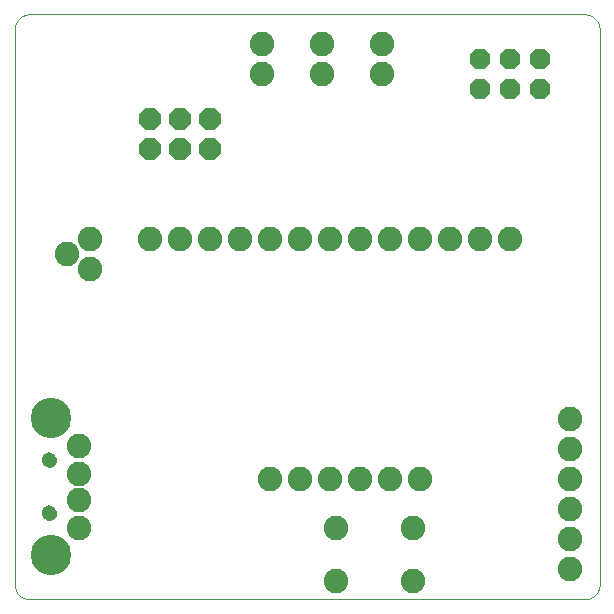
<source format=gbs>
G75*
G70*
%OFA0B0*%
%FSLAX24Y24*%
%IPPOS*%
%LPD*%
%AMOC8*
5,1,8,0,0,1.08239X$1,22.5*
%
%ADD10C,0.0000*%
%ADD11C,0.0820*%
%ADD12OC8,0.0720*%
%ADD13OC8,0.0680*%
%ADD14C,0.1346*%
%ADD15C,0.0513*%
D10*
X005948Y001650D02*
X005948Y020150D01*
X005950Y020194D01*
X005956Y020237D01*
X005965Y020279D01*
X005978Y020321D01*
X005995Y020361D01*
X006015Y020400D01*
X006038Y020437D01*
X006065Y020471D01*
X006094Y020504D01*
X006127Y020533D01*
X006161Y020560D01*
X006198Y020583D01*
X006237Y020603D01*
X006277Y020620D01*
X006319Y020633D01*
X006361Y020642D01*
X006404Y020648D01*
X006448Y020650D01*
X024948Y020650D01*
X024992Y020648D01*
X025035Y020642D01*
X025077Y020633D01*
X025119Y020620D01*
X025159Y020603D01*
X025198Y020583D01*
X025235Y020560D01*
X025269Y020533D01*
X025302Y020504D01*
X025331Y020471D01*
X025358Y020437D01*
X025381Y020400D01*
X025401Y020361D01*
X025418Y020321D01*
X025431Y020279D01*
X025440Y020237D01*
X025446Y020194D01*
X025448Y020150D01*
X025448Y001650D01*
X025446Y001606D01*
X025440Y001563D01*
X025431Y001521D01*
X025418Y001479D01*
X025401Y001439D01*
X025381Y001400D01*
X025358Y001363D01*
X025331Y001329D01*
X025302Y001296D01*
X025269Y001267D01*
X025235Y001240D01*
X025198Y001217D01*
X025159Y001197D01*
X025119Y001180D01*
X025077Y001167D01*
X025035Y001158D01*
X024992Y001152D01*
X024948Y001150D01*
X006448Y001150D01*
X006404Y001152D01*
X006361Y001158D01*
X006319Y001167D01*
X006277Y001180D01*
X006237Y001197D01*
X006198Y001217D01*
X006161Y001240D01*
X006127Y001267D01*
X006094Y001296D01*
X006065Y001329D01*
X006038Y001363D01*
X006015Y001400D01*
X005995Y001439D01*
X005978Y001479D01*
X005965Y001521D01*
X005956Y001563D01*
X005950Y001606D01*
X005948Y001650D01*
X006892Y004014D02*
X006894Y004043D01*
X006900Y004071D01*
X006909Y004099D01*
X006922Y004125D01*
X006939Y004148D01*
X006958Y004170D01*
X006980Y004189D01*
X007005Y004204D01*
X007031Y004217D01*
X007059Y004225D01*
X007087Y004230D01*
X007116Y004231D01*
X007145Y004228D01*
X007173Y004221D01*
X007200Y004211D01*
X007226Y004197D01*
X007249Y004180D01*
X007270Y004160D01*
X007288Y004137D01*
X007303Y004112D01*
X007314Y004085D01*
X007322Y004057D01*
X007326Y004028D01*
X007326Y004000D01*
X007322Y003971D01*
X007314Y003943D01*
X007303Y003916D01*
X007288Y003891D01*
X007270Y003868D01*
X007249Y003848D01*
X007226Y003831D01*
X007200Y003817D01*
X007173Y003807D01*
X007145Y003800D01*
X007116Y003797D01*
X007087Y003798D01*
X007059Y003803D01*
X007031Y003811D01*
X007005Y003824D01*
X006980Y003839D01*
X006958Y003858D01*
X006939Y003880D01*
X006922Y003903D01*
X006909Y003929D01*
X006900Y003957D01*
X006894Y003985D01*
X006892Y004014D01*
X006892Y005786D02*
X006894Y005815D01*
X006900Y005843D01*
X006909Y005871D01*
X006922Y005897D01*
X006939Y005920D01*
X006958Y005942D01*
X006980Y005961D01*
X007005Y005976D01*
X007031Y005989D01*
X007059Y005997D01*
X007087Y006002D01*
X007116Y006003D01*
X007145Y006000D01*
X007173Y005993D01*
X007200Y005983D01*
X007226Y005969D01*
X007249Y005952D01*
X007270Y005932D01*
X007288Y005909D01*
X007303Y005884D01*
X007314Y005857D01*
X007322Y005829D01*
X007326Y005800D01*
X007326Y005772D01*
X007322Y005743D01*
X007314Y005715D01*
X007303Y005688D01*
X007288Y005663D01*
X007270Y005640D01*
X007249Y005620D01*
X007226Y005603D01*
X007200Y005589D01*
X007173Y005579D01*
X007145Y005572D01*
X007116Y005569D01*
X007087Y005570D01*
X007059Y005575D01*
X007031Y005583D01*
X007005Y005596D01*
X006980Y005611D01*
X006958Y005630D01*
X006939Y005652D01*
X006922Y005675D01*
X006909Y005701D01*
X006900Y005729D01*
X006894Y005757D01*
X006892Y005786D01*
D11*
X008093Y005344D03*
X008093Y004456D03*
X008093Y003522D03*
X008093Y006278D03*
X014448Y005150D03*
X015448Y005150D03*
X016448Y005150D03*
X017448Y005150D03*
X018448Y005150D03*
X019448Y005150D03*
X019228Y003540D03*
X019228Y001760D03*
X016668Y001760D03*
X016668Y003540D03*
X024448Y003150D03*
X024448Y002150D03*
X024448Y004150D03*
X024448Y005150D03*
X024448Y006150D03*
X024448Y007150D03*
X022448Y013150D03*
X021448Y013150D03*
X020448Y013150D03*
X019448Y013150D03*
X018448Y013150D03*
X017448Y013150D03*
X016448Y013150D03*
X015448Y013150D03*
X014448Y013150D03*
X013448Y013150D03*
X012448Y013150D03*
X011448Y013150D03*
X010448Y013150D03*
X008448Y013150D03*
X007698Y012650D03*
X008448Y012150D03*
X014198Y018650D03*
X014198Y019650D03*
X016198Y019650D03*
X016198Y018650D03*
X018198Y018650D03*
X018198Y019650D03*
D12*
X012448Y017150D03*
X011448Y017150D03*
X011448Y016150D03*
X012448Y016150D03*
X010448Y016150D03*
X010448Y017150D03*
D13*
X021448Y018150D03*
X022448Y018150D03*
X023448Y018150D03*
X023448Y019150D03*
X022448Y019150D03*
X021448Y019150D03*
D14*
X007148Y007183D03*
X007148Y002617D03*
D15*
X007109Y004014D03*
X007109Y005786D03*
M02*

</source>
